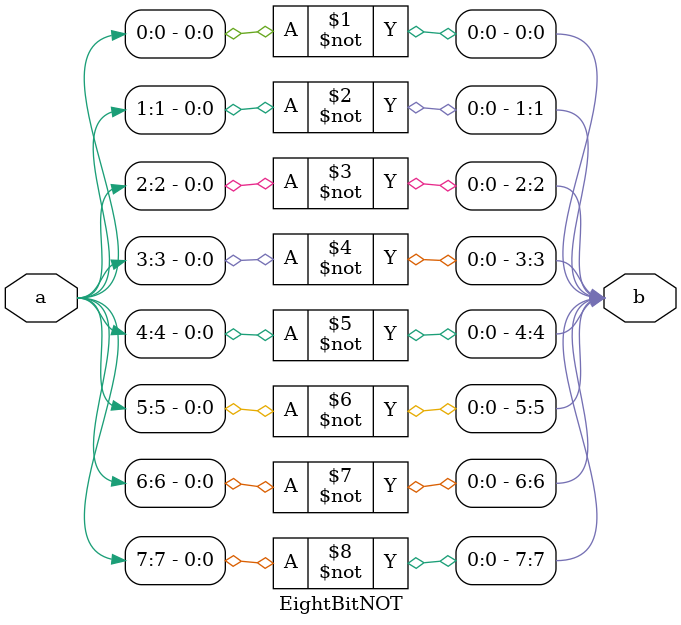
<source format=v>
`timescale 1ns / 1ps

module EightBitNOT(b,a);
    input [7:0] a;
    output [7:0]b;
    
    not(b[0],a[0]);
    not(b[1],a[1]);
    not(b[2],a[2]);
    not(b[3],a[3]);
    not(b[4],a[4]);
    not(b[5],a[5]);
    not(b[6],a[6]);
    not(b[7],a[7]);
    

endmodule

</source>
